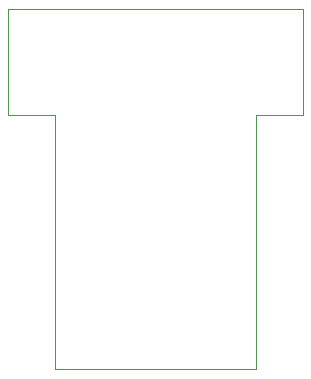
<source format=gbr>
%TF.GenerationSoftware,KiCad,Pcbnew,(6.0.5)*%
%TF.CreationDate,2022-06-07T12:49:24-06:00*%
%TF.ProjectId,15Pin_Fanout,31355069-6e5f-4466-916e-6f75742e6b69,rev?*%
%TF.SameCoordinates,Original*%
%TF.FileFunction,Profile,NP*%
%FSLAX46Y46*%
G04 Gerber Fmt 4.6, Leading zero omitted, Abs format (unit mm)*
G04 Created by KiCad (PCBNEW (6.0.5)) date 2022-06-07 12:49:24*
%MOMM*%
%LPD*%
G01*
G04 APERTURE LIST*
%TA.AperFunction,Profile*%
%ADD10C,0.100000*%
%TD*%
G04 APERTURE END LIST*
D10*
X12500000Y15000000D02*
X12500000Y24000000D01*
X-12500000Y24000000D02*
X-11250000Y24000000D01*
X12500000Y24000000D02*
X11750000Y24000000D01*
X-8500000Y5000000D02*
X-8500000Y15000000D01*
X11750000Y24000000D02*
X-11250000Y24000000D01*
X-12500000Y15000000D02*
X-12500000Y24000000D01*
X8500000Y-6500000D02*
X-8500000Y-6500000D01*
X-8500000Y5000000D02*
X-8500000Y-6500000D01*
X8500000Y5000000D02*
X8500000Y-6500000D01*
X8500000Y15000000D02*
X12500000Y15000000D01*
X-8500000Y15000000D02*
X-12500000Y15000000D01*
X8500000Y5000000D02*
X8500000Y15000000D01*
M02*

</source>
